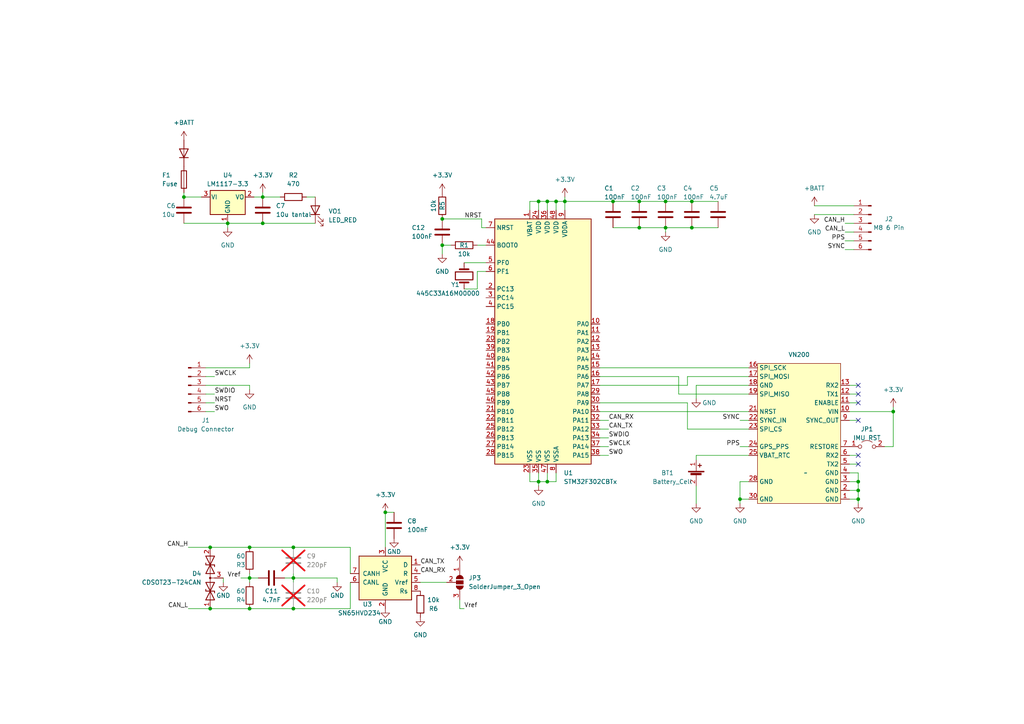
<source format=kicad_sch>
(kicad_sch (version 20231120) (generator "eeschema") (generator_version "8.0")
  (paper "A4")
  (lib_symbols
    (symbol "Connector:Conn_01x06_Male" (pin_names (offset 1.016) hide)
      (property "Reference" "J" (at 0 7.62 0))
      (property "Value" "Conn_01x06_Male" (at 0 -10.16 0))
      (symbol "Conn_01x06_Male_1_1"
        (polyline (pts (xy 1.27 -7.62) (xy 0.8636 -7.62)) (stroke (width 0.1524)))
        (polyline (pts (xy 1.27 -5.08) (xy 0.8636 -5.08)) (stroke (width 0.1524)))
        (polyline (pts (xy 1.27 -2.54) (xy 0.8636 -2.54)) (stroke (width 0.1524)))
        (polyline (pts (xy 1.27 0) (xy 0.8636 0)) (stroke (width 0.1524)))
        (polyline (pts (xy 1.27 2.54) (xy 0.8636 2.54)) (stroke (width 0.1524)))
        (polyline (pts (xy 1.27 5.08) (xy 0.8636 5.08)) (stroke (width 0.1524)))
        (rectangle (start 0.8636 -7.493) (end 0 -7.747) (stroke (width 0.1524)) (fill (type outline)))
        (rectangle (start 0.8636 -4.953) (end 0 -5.207) (stroke (width 0.1524)) (fill (type outline)))
        (rectangle (start 0.8636 -2.413) (end 0 -2.667) (stroke (width 0.1524)) (fill (type outline)))
        (rectangle (start 0.8636 0.127) (end 0 -0.127) (stroke (width 0.1524)) (fill (type outline)))
        (rectangle (start 0.8636 2.667) (end 0 2.413) (stroke (width 0.1524)) (fill (type outline)))
        (rectangle (start 0.8636 5.207) (end 0 4.953) (stroke (width 0.1524)) (fill (type outline)))
        (pin passive line (at 5.08 5.08 180) (length 3.81) (name "Pin_1") (number "1"))
        (pin passive line (at 5.08 2.54 180) (length 3.81) (name "Pin_2") (number "2"))
        (pin passive line (at 5.08 0 180) (length 3.81) (name "Pin_3") (number "3"))
        (pin passive line (at 5.08 -2.54 180) (length 3.81) (name "Pin_4") (number "4"))
        (pin passive line (at 5.08 -5.08 180) (length 3.81) (name "Pin_5") (number "5"))
        (pin passive line (at 5.08 -7.62 180) (length 3.81) (name "Pin_6") (number "6"))
      )
    )
    (symbol "Device:Battery_Cell" (pin_names (offset 0) hide)
      (property "Reference" "BT" (at 2.54 2.54 0))
      (property "Value" "Battery_Cell" (at 2.54 0 0))
      (symbol "Battery_Cell_0_1"
        (rectangle (start -2.286 1.778) (end 2.286 1.524) (fill (type outline)))
        (rectangle (start -1.5748 1.1938) (end 1.4732 0.6858) (fill (type outline)))
        (polyline (pts (xy 0 0.762) (xy 0 0)))
        (polyline (pts (xy 0 1.778) (xy 0 2.54)))
        (polyline (pts (xy 0.508 3.429) (xy 1.524 3.429)) (stroke (width 0.254)))
        (polyline (pts (xy 1.016 3.937) (xy 1.016 2.921)) (stroke (width 0.254)))
      )
      (symbol "Battery_Cell_1_1"
        (pin passive line (at 0 5.08 270) (length 2.54) (name "+") (number "1"))
        (pin passive line (at 0 -2.54 90) (length 2.54) (name "-") (number "2"))
      )
    )
    (symbol "Device:C" (pin_numbers hide) (pin_names (offset 0.254))
      (property "Reference" "C" (at 0.635 2.54 0))
      (property "Value" "C" (at 0.635 -2.54 0))
      (symbol "C_0_1"
        (polyline (pts (xy -2.032 -0.762) (xy 2.032 -0.762)) (stroke (width 0.508)))
        (polyline (pts (xy -2.032 0.762) (xy 2.032 0.762)) (stroke (width 0.508)))
      )
      (symbol "C_1_1"
        (pin passive line (at 0 3.81 270) (length 2.794) (name "~") (number "1"))
        (pin passive line (at 0 -3.81 90) (length 2.794) (name "~") (number "2"))
      )
    )
    (symbol "Device:Crystal" (pin_numbers hide) (pin_names (offset 1.016) hide)
      (property "Reference" "Y" (at 0 3.81 0))
      (property "Value" "Crystal" (at 0 -3.81 0))
      (symbol "Crystal_0_1"
        (rectangle (start -1.143 2.54) (end 1.143 -2.54) (stroke (width 0.3048)))
        (polyline (pts (xy -2.54 0) (xy -1.905 0)))
        (polyline (pts (xy -1.905 -1.27) (xy -1.905 1.27)) (stroke (width 0.508)))
        (polyline (pts (xy 1.905 -1.27) (xy 1.905 1.27)) (stroke (width 0.508)))
        (polyline (pts (xy 2.54 0) (xy 1.905 0)))
      )
      (symbol "Crystal_1_1"
        (pin passive line (at -3.81 0 0) (length 1.27) (name "1") (number "1"))
        (pin passive line (at 3.81 0 180) (length 1.27) (name "2") (number "2"))
      )
    )
    (symbol "Device:D" (pin_numbers hide) (pin_names (offset 1.016) hide)
      (property "Reference" "D" (at 0 2.54 0))
      (property "Value" "D" (at 0 -2.54 0))
      (symbol "D_0_1"
        (polyline (pts (xy -1.27 1.27) (xy -1.27 -1.27)) (stroke (width 0.254)))
        (polyline (pts (xy 1.27 0) (xy -1.27 0)))
        (polyline (pts (xy 1.27 1.27) (xy 1.27 -1.27) (xy -1.27 0) (xy 1.27 1.27)) (stroke (width 0.254)))
      )
      (symbol "D_1_1"
        (pin passive line (at -3.81 0 0) (length 2.54) (name "K") (number "1"))
        (pin passive line (at 3.81 0 180) (length 2.54) (name "A") (number "2"))
      )
    )
    (symbol "Device:D_TVS_Dual_AAC" (pin_names (offset 1.016) hide)
      (property "Reference" "D" (at 0 4.445 0))
      (property "Value" "D_TVS_Dual_AAC" (at 0 2.54 0))
      (symbol "D_TVS_Dual_AAC_0_0"
        (polyline (pts (xy 0 -1.27) (xy 0 0)))
      )
      (symbol "D_TVS_Dual_AAC_0_1"
        (polyline (pts (xy -6.35 0) (xy 6.35 0)))
        (polyline (pts (xy -3.302 1.27) (xy -3.81 1.27) (xy -3.81 -1.27) (xy -4.318 -1.27)) (stroke (width 0.254)))
        (polyline (pts (xy 4.318 1.27) (xy 3.81 1.27) (xy 3.81 -1.27) (xy 3.302 -1.27)) (stroke (width 0.254)))
        (polyline (pts (xy -6.35 1.27) (xy -1.27 -1.27) (xy -1.27 1.27) (xy -6.35 -1.27) (xy -6.35 1.27)) (stroke (width 0.254)))
        (polyline (pts (xy 6.35 1.27) (xy 1.27 -1.27) (xy 1.27 1.27) (xy 6.35 -1.27) (xy 6.35 1.27)) (stroke (width 0.254)))
        (circle (center 0 0) (radius 0.254) (fill (type outline)))
      )
      (symbol "D_TVS_Dual_AAC_1_1"
        (pin passive line (at -8.89 0 0) (length 2.54) (name "A1") (number "1"))
        (pin passive line (at 8.89 0 180) (length 2.54) (name "A2") (number "2"))
        (pin input line (at 0 -3.81 90) (length 2.54) (name "common") (number "3"))
      )
    )
    (symbol "Device:Fuse" (pin_numbers hide) (pin_names (offset 0))
      (property "Reference" "F" (at 2.032 0 90))
      (property "Value" "Fuse" (at -1.905 0 90))
      (symbol "Fuse_0_1"
        (rectangle (start -0.762 -2.54) (end 0.762 2.54) (stroke (width 0.254)))
        (polyline (pts (xy 0 2.54) (xy 0 -2.54)))
      )
      (symbol "Fuse_1_1"
        (pin passive line (at 0 3.81 270) (length 1.27) (name "~") (number "1"))
        (pin passive line (at 0 -3.81 90) (length 1.27) (name "~") (number "2"))
      )
    )
    (symbol "Device:LED" (pin_numbers hide) (pin_names (offset 1.016) hide)
      (property "Reference" "D" (at 0 2.54 0))
      (property "Value" "LED" (at 0 -2.54 0))
      (symbol "LED_0_1"
        (polyline (pts (xy -1.27 -1.27) (xy -1.27 1.27)) (stroke (width 0.254)))
        (polyline (pts (xy -1.27 0) (xy 1.27 0)))
        (polyline (pts (xy 1.27 -1.27) (xy 1.27 1.27) (xy -1.27 0) (xy 1.27 -1.27)) (stroke (width 0.254)))
        (polyline (pts (xy -3.048 -0.762) (xy -4.572 -2.286) (xy -3.81 -2.286) (xy -4.572 -2.286) (xy -4.572 -1.524)))
        (polyline (pts (xy -1.778 -0.762) (xy -3.302 -2.286) (xy -2.54 -2.286) (xy -3.302 -2.286) (xy -3.302 -1.524)))
      )
      (symbol "LED_1_1"
        (pin passive line (at -3.81 0 0) (length 2.54) (name "K") (number "1"))
        (pin passive line (at 3.81 0 180) (length 2.54) (name "A") (number "2"))
      )
    )
    (symbol "Device:R" (pin_numbers hide) (pin_names (offset 0))
      (property "Reference" "R" (at 2.032 0 90))
      (property "Value" "R" (at 0 0 90))
      (symbol "R_0_1"
        (rectangle (start -1.016 -2.54) (end 1.016 2.54) (stroke (width 0.254)))
      )
      (symbol "R_1_1"
        (pin passive line (at 0 3.81 270) (length 1.27) (name "~") (number "1"))
        (pin passive line (at 0 -3.81 90) (length 1.27) (name "~") (number "2"))
      )
    )
    (symbol "IMUs:VN-200"
      (property "Reference" "U" (at 0 21.59 0))
      (symbol "VN-200_1_1"
        (rectangle (start -12.7 20.32) (end 11.43 -20.32) (fill (type background)))
        (pin power_in line (at 13.97 -19.05 180) (length 2.54) (name "GND") (number "1"))
        (pin power_in line (at 13.97 6.35 180) (length 2.54) (name "VIN") (number "10"))
        (pin input line (at 13.97 8.89 180) (length 2.54) (name "ENABLE") (number "11"))
        (pin output line (at 13.97 11.43 180) (length 2.54) (name "TX1") (number "12"))
        (pin input line (at 13.97 13.97 180) (length 2.54) (name "RX2") (number "13"))
        (pin input line (at -15.24 19.05 0) (length 2.54) (name "SPI_SCK") (number "16"))
        (pin input line (at -15.24 16.51 0) (length 2.54) (name "SPI_MOSI") (number "17"))
        (pin power_in line (at -15.24 13.97 0) (length 2.54) (name "GND") (number "18"))
        (pin output line (at -15.24 11.43 0) (length 2.54) (name "SPI_MISO") (number "19"))
        (pin power_in line (at 13.97 -16.51 180) (length 2.54) (name "GND") (number "2"))
        (pin input line (at -15.24 6.35 0) (length 2.54) (name "NRST") (number "21"))
        (pin input line (at -15.24 3.81 0) (length 2.54) (name "SYNC_IN") (number "22"))
        (pin input line (at -15.24 1.27 0) (length 2.54) (name "SPI_CS") (number "23"))
        (pin output line (at -15.24 -3.81 0) (length 2.54) (name "GPS_PPS") (number "24"))
        (pin power_in line (at -15.24 -6.35 0) (length 2.54) (name "VBAT_RTC") (number "25"))
        (pin power_in line (at -15.24 -13.97 0) (length 2.54) (name "GND") (number "28"))
        (pin power_in line (at 13.97 -13.97 180) (length 2.54) (name "GND") (number "3"))
        (pin power_in line (at -15.24 -19.05 0) (length 2.54) (name "GND") (number "30"))
        (pin power_in line (at 13.97 -11.43 180) (length 2.54) (name "GND") (number "4"))
        (pin output line (at 13.97 -8.89 180) (length 2.54) (name "TX2") (number "5"))
        (pin input line (at 13.97 -6.35 180) (length 2.54) (name "RX2") (number "6"))
        (pin input line (at 13.97 -3.81 180) (length 2.54) (name "RESTORE") (number "7"))
        (pin output line (at 13.97 3.81 180) (length 2.54) (name "SYNC_OUT") (number "9"))
      )
    )
    (symbol "Interface_CAN_LIN:SN65HVD231" (pin_names (offset 1.016))
      (property "Reference" "U" (at -2.54 10.16 0))
      (property "Value" "SN65HVD231" (at -2.54 7.62 0))
      (symbol "SN65HVD231_0_1"
        (rectangle (start -7.62 5.08) (end 7.62 -7.62) (stroke (width 0.254)) (fill (type background)))
      )
      (symbol "SN65HVD231_1_1"
        (pin input line (at -10.16 2.54 0) (length 2.54) (name "D") (number "1"))
        (pin power_in line (at 0 -10.16 90) (length 2.54) (name "GND") (number "2"))
        (pin power_in line (at 0 7.62 270) (length 2.54) (name "VCC") (number "3"))
        (pin output line (at -10.16 0 0) (length 2.54) (name "R") (number "4"))
        (pin output line (at -10.16 -2.54 0) (length 2.54) (name "Vref") (number "5"))
        (pin bidirectional line (at 10.16 -2.54 180) (length 2.54) (name "CANL") (number "6"))
        (pin bidirectional line (at 10.16 0 180) (length 2.54) (name "CANH") (number "7"))
        (pin input line (at -10.16 -5.08 0) (length 2.54) (name "Rs") (number "8"))
      )
    )
    (symbol "Jumper:Jumper_2_Open" (pin_names (offset 0) hide)
      (property "Reference" "JP" (at 0 2.794 0))
      (property "Value" "Jumper_2_Open" (at 0 -2.286 0))
      (symbol "Jumper_2_Open_0_0"
        (circle (center -2.032 0) (radius 0.508))
        (circle (center 2.032 0) (radius 0.508))
      )
      (symbol "Jumper_2_Open_0_1"
        (arc (start 1.524 1.27) (mid 0 1.778) (end -1.524 1.27))
      )
      (symbol "Jumper_2_Open_1_1"
        (pin passive line (at -5.08 0 0) (length 2.54) (name "A") (number "1"))
        (pin passive line (at 5.08 0 180) (length 2.54) (name "B") (number "2"))
      )
    )
    (symbol "Jumper:SolderJumper_3_Open" (pin_names (offset 0) hide)
      (property "Reference" "JP" (at -2.54 -2.54 0))
      (property "Value" "SolderJumper_3_Open" (at 0 2.794 0))
      (symbol "SolderJumper_3_Open_0_1"
        (arc (start -1.016 1.016) (mid -2.0276 0) (end -1.016 -1.016))
        (arc (start -1.016 1.016) (mid -2.0276 0) (end -1.016 -1.016) (fill (type outline)))
        (rectangle (start -0.508 1.016) (end 0.508 -1.016) (fill (type outline)))
        (polyline (pts (xy -2.54 0) (xy -2.032 0)))
        (polyline (pts (xy -1.016 1.016) (xy -1.016 -1.016)))
        (polyline (pts (xy 0 -1.27) (xy 0 -1.016)))
        (polyline (pts (xy 1.016 1.016) (xy 1.016 -1.016)))
        (polyline (pts (xy 2.54 0) (xy 2.032 0)))
        (arc (start 1.016 -1.016) (mid 2.0276 0) (end 1.016 1.016))
        (arc (start 1.016 -1.016) (mid 2.0276 0) (end 1.016 1.016) (fill (type outline)))
      )
      (symbol "SolderJumper_3_Open_1_1"
        (pin passive line (at -5.08 0 0) (length 2.54) (name "A") (number "1"))
        (pin passive line (at 0 -3.81 90) (length 2.54) (name "C") (number "2"))
        (pin passive line (at 5.08 0 180) (length 2.54) (name "B") (number "3"))
      )
    )
    (symbol "MCU_ST_STM32F3:STM32F302CBTx"
      (property "Reference" "U" (at -15.24 36.83 0))
      (property "Value" "STM32F302CBTx" (at 7.62 36.83 0))
      (symbol "STM32F302CBTx_0_1"
        (rectangle (start -15.24 -35.56) (end 12.7 35.56) (stroke (width 0.254)) (fill (type background)))
      )
      (symbol "STM32F302CBTx_1_1"
        (pin power_in line (at -5.08 38.1 270) (length 2.54) (name "VBAT") (number "1"))
        (pin bidirectional line (at 15.24 5.08 180) (length 2.54) (name "PA0") (number "10"))
        (pin bidirectional line (at 15.24 2.54 180) (length 2.54) (name "PA1") (number "11"))
        (pin bidirectional line (at 15.24 0 180) (length 2.54) (name "PA2") (number "12"))
        (pin bidirectional line (at 15.24 -2.54 180) (length 2.54) (name "PA3") (number "13"))
        (pin bidirectional line (at 15.24 -5.08 180) (length 2.54) (name "PA4") (number "14"))
        (pin bidirectional line (at 15.24 -7.62 180) (length 2.54) (name "PA5") (number "15"))
        (pin bidirectional line (at 15.24 -10.16 180) (length 2.54) (name "PA6") (number "16"))
        (pin bidirectional line (at 15.24 -12.7 180) (length 2.54) (name "PA7") (number "17"))
        (pin bidirectional line (at -17.78 5.08 0) (length 2.54) (name "PB0") (number "18"))
        (pin bidirectional line (at -17.78 2.54 0) (length 2.54) (name "PB1") (number "19"))
        (pin bidirectional line (at -17.78 15.24 0) (length 2.54) (name "PC13") (number "2"))
        (pin bidirectional line (at -17.78 0 0) (length 2.54) (name "PB2") (number "20"))
        (pin bidirectional line (at -17.78 -20.32 0) (length 2.54) (name "PB10") (number "21"))
        (pin bidirectional line (at -17.78 -22.86 0) (length 2.54) (name "PB11") (number "22"))
        (pin power_in line (at -5.08 -38.1 90) (length 2.54) (name "VSS") (number "23"))
        (pin power_in line (at -2.54 38.1 270) (length 2.54) (name "VDD") (number "24"))
        (pin bidirectional line (at -17.78 -25.4 0) (length 2.54) (name "PB12") (number "25"))
        (pin bidirectional line (at -17.78 -27.94 0) (length 2.54) (name "PB13") (number "26"))
        (pin bidirectional line (at -17.78 -30.48 0) (length 2.54) (name "PB14") (number "27"))
        (pin bidirectional line (at -17.78 -33.02 0) (length 2.54) (name "PB15") (number "28"))
        (pin bidirectional line (at 15.24 -15.24 180) (length 2.54) (name "PA8") (number "29"))
        (pin bidirectional line (at -17.78 12.7 0) (length 2.54) (name "PC14") (number "3"))
        (pin bidirectional line (at 15.24 -17.78 180) (length 2.54) (name "PA9") (number "30"))
        (pin bidirectional line (at 15.24 -20.32 180) (length 2.54) (name "PA10") (number "31"))
        (pin bidirectional line (at 15.24 -22.86 180) (length 2.54) (name "PA11") (number "32"))
        (pin bidirectional line (at 15.24 -25.4 180) (length 2.54) (name "PA12") (number "33"))
        (pin bidirectional line (at 15.24 -27.94 180) (length 2.54) (name "PA13") (number "34"))
        (pin power_in line (at -2.54 -38.1 90) (length 2.54) (name "VSS") (number "35"))
        (pin power_in line (at 0 38.1 270) (length 2.54) (name "VDD") (number "36"))
        (pin bidirectional line (at 15.24 -30.48 180) (length 2.54) (name "PA14") (number "37"))
        (pin bidirectional line (at 15.24 -33.02 180) (length 2.54) (name "PA15") (number "38"))
        (pin bidirectional line (at -17.78 -2.54 0) (length 2.54) (name "PB3") (number "39"))
        (pin bidirectional line (at -17.78 10.16 0) (length 2.54) (name "PC15") (number "4"))
        (pin bidirectional line (at -17.78 -5.08 0) (length 2.54) (name "PB4") (number "40"))
        (pin bidirectional line (at -17.78 -7.62 0) (length 2.54) (name "PB5") (number "41"))
        (pin bidirectional line (at -17.78 -10.16 0) (length 2.54) (name "PB6") (number "42"))
        (pin bidirectional line (at -17.78 -12.7 0) (length 2.54) (name "PB7") (number "43"))
        (pin input line (at -17.78 27.94 0) (length 2.54) (name "BOOT0") (number "44"))
        (pin bidirectional line (at -17.78 -15.24 0) (length 2.54) (name "PB8") (number "45"))
        (pin bidirectional line (at -17.78 -17.78 0) (length 2.54) (name "PB9") (number "46"))
        (pin power_in line (at 0 -38.1 90) (length 2.54) (name "VSS") (number "47"))
        (pin power_in line (at 2.54 38.1 270) (length 2.54) (name "VDD") (number "48"))
        (pin input line (at -17.78 22.86 0) (length 2.54) (name "PF0") (number "5"))
        (pin input line (at -17.78 20.32 0) (length 2.54) (name "PF1") (number "6"))
        (pin input line (at -17.78 33.02 0) (length 2.54) (name "NRST") (number "7"))
        (pin power_in line (at 2.54 -38.1 90) (length 2.54) (name "VSSA") (number "8"))
        (pin power_in line (at 5.08 38.1 270) (length 2.54) (name "VDDA") (number "9"))
      )
    )
    (symbol "Regulator_Linear:LM1117-3.3" (pin_names (offset 0.254))
      (property "Reference" "U" (at -3.81 3.175 0))
      (property "Value" "LM1117-3.3" (at 0 3.175 0))
      (symbol "LM1117-3.3_0_1"
        (rectangle (start -5.08 -5.08) (end 5.08 1.905) (stroke (width 0.254)) (fill (type background)))
      )
      (symbol "LM1117-3.3_1_1"
        (pin power_in line (at 0 -7.62 90) (length 2.54) (name "GND") (number "1"))
        (pin power_out line (at 7.62 0 180) (length 2.54) (name "VO") (number "2"))
        (pin power_in line (at -7.62 0 0) (length 2.54) (name "VI") (number "3"))
      )
    )
    (symbol "power:+3.3V" (power) (pin_names (offset 0))
      (property "Value" "+3.3V" (at 0 3.556 0))
      (symbol "+3.3V_0_1"
        (polyline (pts (xy -0.762 1.27) (xy 0 2.54)))
        (polyline (pts (xy 0 0) (xy 0 2.54)))
        (polyline (pts (xy 0 2.54) (xy 0.762 1.27)))
      )
      (symbol "+3.3V_1_1"
        (pin power_in line (at 0 0 90) (length 0) hide (name "+3.3V") (number "1"))
      )
    )
    (symbol "power:+BATT" (power) (pin_names (offset 0))
      (property "Value" "+BATT" (at 0 3.556 0))
      (symbol "+BATT_0_1"
        (polyline (pts (xy -0.762 1.27) (xy 0 2.54)))
        (polyline (pts (xy 0 0) (xy 0 2.54)))
        (polyline (pts (xy 0 2.54) (xy 0.762 1.27)))
      )
      (symbol "+BATT_1_1"
        (pin power_in line (at 0 0 90) (length 0) hide (name "+BATT") (number "1"))
      )
    )
    (symbol "power:GND" (power) (pin_names (offset 0))
      (property "Value" "GND" (at 0 -3.81 0))
      (symbol "GND_0_1"
        (polyline (pts (xy 0 0) (xy 0 -1.27) (xy 1.27 -1.27) (xy 0 -2.54) (xy -1.27 -1.27) (xy 0 -1.27)))
      )
      (symbol "GND_1_1"
        (pin power_in line (at 0 0 270) (length 0) hide (name "GND") (number "1"))
      )
    )
  )
  (junction (at 76.2 57.15))
  (junction (at 66.04 64.77))
  (junction (at 128.27 63.5))
  (junction (at 185.42 66.04))
  (junction (at 158.75 58.42))
  (junction (at 76.2 64.77))
  (junction (at 72.39 176.53))
  (junction (at 214.63 144.78))
  (junction (at 60.96 158.75))
  (junction (at 111.76 148.59))
  (junction (at 158.75 139.7))
  (junction (at 72.39 158.75))
  (junction (at 72.39 167.64))
  (junction (at 156.21 139.7))
  (junction (at 85.09 167.64))
  (junction (at 248.92 144.78))
  (junction (at 85.09 176.53))
  (junction (at 156.21 58.42))
  (junction (at 128.27 71.12))
  (junction (at 53.34 57.15))
  (junction (at 193.04 58.42))
  (junction (at 259.08 119.38))
  (junction (at 60.96 176.53))
  (junction (at 185.42 58.42))
  (junction (at 200.66 58.42))
  (junction (at 177.8 58.42))
  (junction (at 193.04 66.04))
  (junction (at 163.83 58.42))
  (junction (at 248.92 142.24))
  (junction (at 248.92 139.7))
  (junction (at 85.09 158.75))
  (junction (at 161.29 58.42))
  (junction (at 200.66 66.04))
  (no_connect (at 248.92 111.76))
  (no_connect (at 248.92 121.92))
  (no_connect (at 248.92 132.08))
  (no_connect (at 248.92 134.62))
  (no_connect (at 248.92 114.3))
  (no_connect (at 248.92 116.84))
  (wire (pts (xy 133.35 176.53) (xy 133.35 173.99)))
  (wire (pts (xy 134.62 83.82) (xy 138.43 83.82)))
  (wire (pts (xy 161.29 58.42) (xy 163.83 58.42)))
  (wire (pts (xy 248.92 144.78) (xy 248.92 142.24)))
  (wire (pts (xy 199.39 124.46) (xy 217.17 124.46)))
  (wire (pts (xy 101.6 166.37) (xy 101.6 158.75)))
  (wire (pts (xy 72.39 176.53) (xy 85.09 176.53)))
  (wire (pts (xy 199.39 109.22) (xy 217.17 109.22)))
  (wire (pts (xy 101.6 158.75) (xy 85.09 158.75)))
  (wire (pts (xy 72.39 111.76) (xy 72.39 113.03)))
  (wire (pts (xy 138.43 71.12) (xy 140.97 71.12)))
  (wire (pts (xy 158.75 58.42) (xy 158.75 60.96)))
  (wire (pts (xy 121.92 168.91) (xy 129.54 168.91)))
  (wire (pts (xy 245.11 67.31) (xy 247.65 67.31)))
  (wire (pts (xy 59.69 114.3) (xy 62.23 114.3)))
  (wire (pts (xy 69.85 167.64) (xy 72.39 167.64)))
  (wire (pts (xy 246.38 119.38) (xy 259.08 119.38)))
  (wire (pts (xy 173.99 116.84) (xy 199.39 116.84)))
  (wire (pts (xy 158.75 58.42) (xy 161.29 58.42)))
  (wire (pts (xy 185.42 66.04) (xy 193.04 66.04)))
  (wire (pts (xy 200.66 66.04) (xy 208.28 66.04)))
  (wire (pts (xy 158.75 139.7) (xy 158.75 137.16)))
  (wire (pts (xy 196.85 109.22) (xy 196.85 114.3)))
  (wire (pts (xy 248.92 121.92) (xy 246.38 121.92)))
  (wire (pts (xy 54.61 176.53) (xy 60.96 176.53)))
  (wire (pts (xy 53.34 55.88) (xy 53.34 57.15)))
  (wire (pts (xy 173.99 106.68) (xy 217.17 106.68)))
  (wire (pts (xy 256.54 129.54) (xy 259.08 129.54)))
  (wire (pts (xy 139.7 66.04) (xy 139.7 63.5)))
  (wire (pts (xy 259.08 129.54) (xy 259.08 119.38)))
  (wire (pts (xy 185.42 58.42) (xy 193.04 58.42)))
  (wire (pts (xy 134.62 76.2) (xy 140.97 76.2)))
  (wire (pts (xy 60.96 158.75) (xy 72.39 158.75)))
  (wire (pts (xy 199.39 116.84) (xy 199.39 124.46)))
  (wire (pts (xy 59.69 119.38) (xy 62.23 119.38)))
  (wire (pts (xy 214.63 144.78) (xy 217.17 144.78)))
  (wire (pts (xy 217.17 139.7) (xy 214.63 139.7)))
  (wire (pts (xy 163.83 58.42) (xy 163.83 60.96)))
  (wire (pts (xy 158.75 139.7) (xy 161.29 139.7)))
  (wire (pts (xy 81.28 57.15) (xy 76.2 57.15)))
  (wire (pts (xy 161.29 139.7) (xy 161.29 137.16)))
  (wire (pts (xy 153.67 58.42) (xy 156.21 58.42)))
  (wire (pts (xy 54.61 158.75) (xy 60.96 158.75)))
  (wire (pts (xy 245.11 69.85) (xy 247.65 69.85)))
  (wire (pts (xy 173.99 111.76) (xy 199.39 111.76)))
  (wire (pts (xy 193.04 58.42) (xy 200.66 58.42)))
  (wire (pts (xy 200.66 58.42) (xy 208.28 58.42)))
  (wire (pts (xy 176.53 121.92) (xy 173.99 121.92)))
  (wire (pts (xy 156.21 58.42) (xy 156.21 60.96)))
  (wire (pts (xy 111.76 148.59) (xy 111.76 158.75)))
  (wire (pts (xy 176.53 127) (xy 173.99 127)))
  (wire (pts (xy 66.04 64.77) (xy 76.2 64.77)))
  (wire (pts (xy 248.92 111.76) (xy 246.38 111.76)))
  (wire (pts (xy 176.53 132.08) (xy 173.99 132.08)))
  (wire (pts (xy 128.27 63.5) (xy 139.7 63.5)))
  (wire (pts (xy 72.39 158.75) (xy 85.09 158.75)))
  (wire (pts (xy 176.53 129.54) (xy 173.99 129.54)))
  (wire (pts (xy 101.6 168.91) (xy 101.6 176.53)))
  (wire (pts (xy 111.76 148.59) (xy 114.3 148.59)))
  (wire (pts (xy 128.27 73.66) (xy 128.27 71.12)))
  (wire (pts (xy 217.17 111.76) (xy 201.93 111.76)))
  (wire (pts (xy 59.69 111.76) (xy 72.39 111.76)))
  (wire (pts (xy 161.29 58.42) (xy 161.29 60.96)))
  (wire (pts (xy 246.38 116.84) (xy 248.92 116.84)))
  (wire (pts (xy 245.11 64.77) (xy 247.65 64.77)))
  (wire (pts (xy 201.93 132.08) (xy 217.17 132.08)))
  (wire (pts (xy 134.62 176.53) (xy 133.35 176.53)))
  (wire (pts (xy 201.93 133.35) (xy 201.93 132.08)))
  (wire (pts (xy 128.27 71.12) (xy 130.81 71.12)))
  (wire (pts (xy 248.92 114.3) (xy 246.38 114.3)))
  (wire (pts (xy 163.83 57.15) (xy 163.83 58.42)))
  (wire (pts (xy 236.22 59.69) (xy 247.65 59.69)))
  (wire (pts (xy 88.9 57.15) (xy 91.44 57.15)))
  (wire (pts (xy 201.93 140.97) (xy 201.93 146.05)))
  (wire (pts (xy 245.11 72.39) (xy 247.65 72.39)))
  (wire (pts (xy 72.39 105.41) (xy 72.39 106.68)))
  (wire (pts (xy 173.99 109.22) (xy 196.85 109.22)))
  (wire (pts (xy 214.63 121.92) (xy 217.17 121.92)))
  (wire (pts (xy 193.04 66.04) (xy 200.66 66.04)))
  (wire (pts (xy 138.43 78.74) (xy 140.97 78.74)))
  (wire (pts (xy 97.79 168.91) (xy 97.79 167.64)))
  (wire (pts (xy 60.96 176.53) (xy 72.39 176.53)))
  (wire (pts (xy 193.04 67.31) (xy 193.04 66.04)))
  (wire (pts (xy 59.69 116.84) (xy 62.23 116.84)))
  (wire (pts (xy 248.92 142.24) (xy 248.92 139.7)))
  (wire (pts (xy 199.39 111.76) (xy 199.39 109.22)))
  (wire (pts (xy 201.93 111.76) (xy 201.93 115.57)))
  (wire (pts (xy 214.63 129.54) (xy 217.17 129.54)))
  (wire (pts (xy 156.21 58.42) (xy 158.75 58.42)))
  (wire (pts (xy 248.92 146.05) (xy 248.92 144.78)))
  (wire (pts (xy 156.21 140.97) (xy 156.21 139.7)))
  (wire (pts (xy 236.22 62.23) (xy 247.65 62.23)))
  (wire (pts (xy 176.53 124.46) (xy 173.99 124.46)))
  (wire (pts (xy 76.2 64.77) (xy 91.44 64.77)))
  (wire (pts (xy 246.38 142.24) (xy 248.92 142.24)))
  (wire (pts (xy 82.55 167.64) (xy 85.09 167.64)))
  (wire (pts (xy 196.85 114.3) (xy 217.17 114.3)))
  (wire (pts (xy 64.77 168.91) (xy 64.77 167.64)))
  (wire (pts (xy 62.23 109.22) (xy 59.69 109.22)))
  (wire (pts (xy 72.39 166.37) (xy 72.39 167.64)))
  (wire (pts (xy 214.63 146.05) (xy 214.63 144.78)))
  (wire (pts (xy 248.92 134.62) (xy 246.38 134.62)))
  (wire (pts (xy 246.38 144.78) (xy 248.92 144.78)))
  (wire (pts (xy 153.67 139.7) (xy 153.67 137.16)))
  (wire (pts (xy 66.04 66.04) (xy 66.04 64.77)))
  (wire (pts (xy 72.39 168.91) (xy 72.39 167.64)))
  (wire (pts (xy 153.67 139.7) (xy 156.21 139.7)))
  (wire (pts (xy 138.43 83.82) (xy 138.43 78.74)))
  (wire (pts (xy 177.8 66.04) (xy 185.42 66.04)))
  (wire (pts (xy 163.83 58.42) (xy 177.8 58.42)))
  (wire (pts (xy 72.39 167.64) (xy 74.93 167.64)))
  (wire (pts (xy 156.21 139.7) (xy 156.21 137.16)))
  (wire (pts (xy 101.6 176.53) (xy 85.09 176.53)))
  (wire (pts (xy 72.39 106.68) (xy 59.69 106.68)))
  (wire (pts (xy 153.67 58.42) (xy 153.67 60.96)))
  (wire (pts (xy 53.34 57.15) (xy 58.42 57.15)))
  (wire (pts (xy 76.2 57.15) (xy 73.66 57.15)))
  (wire (pts (xy 85.09 166.37) (xy 85.09 167.64)))
  (wire (pts (xy 53.34 64.77) (xy 66.04 64.77)))
  (wire (pts (xy 214.63 139.7) (xy 214.63 144.78)))
  (wire (pts (xy 156.21 139.7) (xy 158.75 139.7)))
  (wire (pts (xy 97.79 167.64) (xy 85.09 167.64)))
  (wire (pts (xy 248.92 137.16) (xy 246.38 137.16)))
  (wire (pts (xy 246.38 139.7) (xy 248.92 139.7)))
  (wire (pts (xy 173.99 119.38) (xy 217.17 119.38)))
  (wire (pts (xy 248.92 132.08) (xy 246.38 132.08)))
  (wire (pts (xy 85.09 168.91) (xy 85.09 167.64)))
  (wire (pts (xy 259.08 118.11) (xy 259.08 119.38)))
  (wire (pts (xy 76.2 55.88) (xy 76.2 57.15)))
  (wire (pts (xy 248.92 139.7) (xy 248.92 137.16)))
  (wire (pts (xy 177.8 58.42) (xy 185.42 58.42)))
  (wire (pts (xy 139.7 66.04) (xy 140.97 66.04)))
  (label "Vref" (at 134.62 176.53 0))
  (label "CAN_TX" (at 121.92 163.83 0))
  (label "CAN_H" (at 54.61 158.75 180))
  (label "SYNC" (at 214.63 121.92 180))
  (label "SYNC" (at 245.11 72.39 180))
  (label "PPS" (at 214.63 129.54 180))
  (label "Vref" (at 69.85 167.64 180))
  (label "CAN_L" (at 54.61 176.53 180))
  (label "SWCLK" (at 176.53 129.54 0))
  (label "NRST" (at 62.23 116.84 0))
  (label "CAN_RX" (at 121.92 166.37 0))
  (label "CAN_TX" (at 176.53 124.46 0))
  (label "CAN_L" (at 245.11 67.31 180))
  (label "SWDIO" (at 62.23 114.3 0))
  (label "SWO" (at 62.23 119.38 0))
  (label "PPS" (at 245.11 69.85 180))
  (label "CAN_RX" (at 176.53 121.92 0))
  (label "NRST" (at 139.7 63.5 180))
  (label "SWDIO" (at 176.53 127 0))
  (label "CAN_H" (at 245.11 64.77 180))
  (label "SWCLK" (at 62.23 109.22 0))
  (label "SWO" (at 176.53 132.08 0))
  (symbol (lib_id "power:GND") (at 201.93 146.05 0) (unit 1)
    (property "Reference" "#PWR04" (effects (hide yes)))
    (property "Value" "GND" (at 201.93 151.13 0))
  )
  (symbol (lib_id "Device:C") (at 200.66 62.23 0) (unit 1)
    (property "Reference" "C4" (at 198.12 54.61 0) (effects (justify left)))
    (property "Value" "100nF" (at 198.12 57.15 0) (effects (justify left)))
    (property "Footprint" "Capacitor_SMD:C_0603_1608Metric_Pad1.08x0.95mm_HandSolder" (effects (hide yes)))
  )
  (symbol (lib_id "Device:C") (at 85.09 162.56 0) (unit 1) (dnp yes)
    (property "Reference" "C9" (at 88.9 161.29 0) (effects (justify left)))
    (property "Value" "220pF" (at 88.9 163.83 0) (effects (justify left)))
    (property "Footprint" "Capacitor_SMD:C_0603_1608Metric_Pad1.08x0.95mm_HandSolder" (effects (hide yes)))
  )
  (symbol (lib_id "power:GND") (at 236.22 62.23 0) (unit 1)
    (property "Reference" "#PWR024" (effects (hide yes)))
    (property "Value" "GND" (at 236.22 67.31 0))
  )
  (symbol (lib_id "Device:C") (at 114.3 152.4 0) (unit 1)
    (property "Reference" "C8" (at 118.11 151.13 0) (effects (justify left)))
    (property "Value" "100nF" (at 118.11 153.67 0) (effects (justify left)))
    (property "Footprint" "Capacitor_SMD:C_0603_1608Metric_Pad1.08x0.95mm_HandSolder" (effects (hide yes)))
  )
  (symbol (lib_id "Device:R") (at 128.27 59.69 0) (unit 1)
    (property "Reference" "R5" (at 128.27 59.69 90))
    (property "Value" "10k" (at 125.73 59.69 90))
    (property "Footprint" "Resistor_SMD:R_0603_1608Metric_Pad0.98x0.95mm_HandSolder" (effects (hide yes)))
  )
  (symbol (lib_id "power:GND") (at 72.39 113.03 0) (unit 1)
    (property "Reference" "#PWR014" (effects (hide yes)))
    (property "Value" "GND" (at 72.39 118.11 0))
  )
  (symbol (lib_id "power:GND") (at 111.76 176.53 0) (unit 1)
    (property "Reference" "#PWR017" (effects (hide yes)))
    (property "Value" "GND" (at 111.76 180.34 0))
  )
  (symbol (lib_id "power:+BATT") (at 236.22 59.69 0) (unit 1)
    (property "Reference" "#PWR023" (effects (hide yes)))
    (property "Value" "+BATT" (at 236.22 54.61 0))
  )
  (symbol (lib_id "power:+3.3V") (at 259.08 118.11 0) (unit 1)
    (property "Reference" "#PWR06" (effects (hide yes)))
    (property "Value" "+3.3V" (at 259.08 113.03 0))
  )
  (symbol (lib_id "Interface_CAN_LIN:SN65HVD231") (at 111.76 166.37 0) (mirror y) (unit 1)
    (property "Reference" "U3" (at 107.95 175.26 0) (effects (justify left)))
    (property "Value" "SN65HVD234" (at 110.49 177.8 0) (effects (justify left)))
    (property "Footprint" "Package_SO:SOIC-8_3.9x4.9mm_P1.27mm" (effects (hide yes)))
    (property "Datasheet" "http://www.ti.com/lit/ds/symlink/sn65hvd230.pdf" (effects (hide yes)))
  )
  (symbol (lib_id "Device:C") (at 78.74 167.64 90) (unit 1)
    (property "Reference" "C11" (at 78.74 171.45 90))
    (property "Value" "4.7nF" (at 78.74 173.99 90))
    (property "Footprint" "Capacitor_SMD:C_0603_1608Metric_Pad1.08x0.95mm_HandSolder" (effects (hide yes)))
  )
  (symbol (lib_id "Device:C") (at 193.04 62.23 0) (unit 1)
    (property "Reference" "C3" (at 190.5 54.61 0) (effects (justify left)))
    (property "Value" "100nF" (at 190.5 57.15 0) (effects (justify left)))
    (property "Footprint" "Capacitor_SMD:C_0603_1608Metric_Pad1.08x0.95mm_HandSolder" (effects (hide yes)))
  )
  (symbol (lib_id "Device:LED") (at 91.44 60.96 90) (unit 1)
    (property "Reference" "VO1" (at 95.25 61.2775 90) (effects (justify right)))
    (property "Value" "LED_RED" (at 95.25 63.8175 90) (effects (justify right)))
    (property "Footprint" "LED_SMD:LED_0603_1608Metric_Pad1.05x0.95mm_HandSolder" (effects (hide yes)))
  )
  (symbol (lib_id "power:+3.3V") (at 72.39 105.41 0) (unit 1)
    (property "Reference" "#PWR010" (effects (hide yes)))
    (property "Value" "+3.3V" (at 72.39 100.33 0))
  )
  (symbol (lib_id "Device:Battery_Cell") (at 201.93 138.43 0) (unit 1)
    (property "Reference" "BT1" (at 191.77 137.16 0) (effects (justify left)))
    (property "Value" "Battery_Cell" (at 189.23 139.7 0) (effects (justify left)))
    (property "Footprint" "IMU:WA-BCPH Battery Holder" (effects (hide yes)))
  )
  (symbol (lib_id "power:+3.3V") (at 76.2 55.88 0) (unit 1)
    (property "Reference" "#PWR07" (effects (hide yes)))
    (property "Value" "+3.3V" (at 76.2 50.8 0))
  )
  (symbol (lib_id "Device:R") (at 72.39 172.72 180) (unit 1)
    (property "Reference" "R4" (at 69.85 173.99 0))
    (property "Value" "60" (at 69.85 171.45 0))
    (property "Footprint" "Resistor_SMD:R_0603_1608Metric_Pad0.98x0.95mm_HandSolder" (effects (hide yes)))
  )
  (symbol (lib_id "power:+BATT") (at 53.34 40.64 0) (unit 1)
    (property "Reference" "#PWR02" (effects (hide yes)))
    (property "Value" "+BATT" (at 53.34 35.56 0))
  )
  (symbol (lib_id "IMUs:VN-200") (at 232.41 125.73 0) (unit 1)
    (property "Reference" "VN200" (at 231.775 102.87 0))
    (property "Value" "~" (at 233.68 137.16 0))
    (property "Footprint" "IMU:VN-200" (effects (hide yes)))
  )
  (symbol (lib_id "power:GND") (at 248.92 146.05 0) (unit 1)
    (property "Reference" "#PWR03" (effects (hide yes)))
    (property "Value" "GND" (at 248.92 151.13 0))
  )
  (symbol (lib_id "Device:D_TVS_Dual_AAC") (at 60.96 167.64 90) (unit 1)
    (property "Reference" "D4" (at 58.42 166.37 90) (effects (justify left)))
    (property "Value" "CDSOT23-T24CAN" (at 58.42 168.91 90) (effects (justify left)))
    (property "Footprint" "Package_TO_SOT_SMD:SOT-23" (effects (hide yes)))
  )
  (symbol (lib_id "power:GND") (at 121.92 179.07 0) (unit 1)
    (property "Reference" "#PWR022" (effects (hide yes)))
    (property "Value" "GND" (at 121.92 184.15 0))
  )
  (symbol (lib_id "power:+3.3V") (at 163.83 57.15 0) (unit 1)
    (property "Reference" "#PWR08" (effects (hide yes)))
    (property "Value" "+3.3V" (at 163.83 52.07 0))
  )
  (symbol (lib_id "Device:R") (at 72.39 162.56 180) (unit 1)
    (property "Reference" "R3" (at 69.85 163.83 0))
    (property "Value" "60" (at 69.85 161.29 0))
    (property "Footprint" "Resistor_SMD:R_0603_1608Metric_Pad0.98x0.95mm_HandSolder" (effects (hide yes)))
  )
  (symbol (lib_id "power:+3.3V") (at 133.35 163.83 0) (unit 1)
    (property "Reference" "#PWR021" (effects (hide yes)))
    (property "Value" "+3.3V" (at 133.35 158.75 0))
  )
  (symbol (lib_id "MCU_ST_STM32F3:STM32F302CBTx") (at 158.75 99.06 0) (unit 1)
    (property "Reference" "U1" (at 163.4841 137.16 0) (effects (justify left)))
    (property "Value" "STM32F302CBTx" (at 163.4841 139.7 0) (effects (justify left)))
    (property "Footprint" "Package_QFP:LQFP-48_7x7mm_P0.5mm" (effects (hide yes)))
    (property "Datasheet" "http://www.st.com/st-web-ui/static/active/en/resource/technical/document/datasheet/DM00094064.pdf" (effects (hide yes)))
  )
  (symbol (lib_id "Device:C") (at 76.2 60.96 0) (unit 1)
    (property "Reference" "C7" (at 80.01 59.69 0) (effects (justify left)))
    (property "Value" "10u tantal" (at 80.01 62.23 0) (effects (justify left)))
    (property "Footprint" "Capacitor_SMD:C_0603_1608Metric_Pad1.08x0.95mm_HandSolder" (effects (hide yes)))
  )
  (symbol (lib_id "Device:Crystal") (at 134.62 80.01 90) (unit 1)
    (property "Reference" "Y1" (at 130.81 82.55 90) (effects (justify right)))
    (property "Value" "445C33A16M00000" (at 120.65 85.09 90) (effects (justify right)))
    (property "Footprint" "Crystal:Crystal_SMD_5032-2Pin_5.0x3.2mm" (effects (hide yes)))
  )
  (symbol (lib_id "power:GND") (at 128.27 73.66 0) (unit 1)
    (property "Reference" "#PWR013" (effects (hide yes)))
    (property "Value" "GND" (at 128.27 78.74 0))
  )
  (symbol (lib_id "Device:R") (at 134.62 71.12 90) (unit 1)
    (property "Reference" "R1" (at 134.62 71.12 90))
    (property "Value" "10k" (at 134.62 73.66 90))
    (property "Footprint" "Resistor_SMD:R_0603_1608Metric_Pad0.98x0.95mm_HandSolder" (effects (hide yes)))
  )
  (symbol (lib_id "Connector:Conn_01x06_Male") (at 54.61 111.76 0) (unit 1)
    (property "Reference" "J1" (at 59.69 121.92 0))
    (property "Value" "Debug Connector" (at 59.69 124.46 0))
    (property "Footprint" "Connector_PinHeader_2.54mm:PinHeader_1x06_P2.54mm_Vertical" (effects (hide yes)))
  )
  (symbol (lib_id "Connector:Conn_01x06_Male") (at 252.73 64.77 0) (mirror y) (unit 1)
    (property "Reference" "J2" (at 257.81 63.5 0))
    (property "Value" "M8 6 Pin" (at 257.81 66.04 0))
    (property "Footprint" "Connector_Phoenix_SACC:DSI-M8MS_6CON_M8_L90" (effects (hide yes)))
  )
  (symbol (lib_id "Device:C") (at 53.34 60.96 0) (unit 1)
    (property "Reference" "C6" (at 48.26 59.69 0) (effects (justify left)))
    (property "Value" "10u" (at 46.99 62.23 0) (effects (justify left)))
    (property "Footprint" "Capacitor_SMD:C_0603_1608Metric_Pad1.08x0.95mm_HandSolder" (effects (hide yes)))
  )
  (symbol (lib_id "Device:C") (at 128.27 67.31 0) (unit 1)
    (property "Reference" "C12" (at 119.38 66.04 0) (effects (justify left)))
    (property "Value" "100nF" (at 119.38 68.58 0) (effects (justify left)))
    (property "Footprint" "Capacitor_SMD:C_0603_1608Metric_Pad1.08x0.95mm_HandSolder" (effects (hide yes)))
  )
  (symbol (lib_id "Jumper:Jumper_2_Open") (at 251.46 129.54 0) (unit 1)
    (property "Reference" "JP1" (at 251.46 124.46 0))
    (property "Value" "IMU RST" (at 251.46 127 0))
    (property "Footprint" "Jumper:SolderJumper-2_P1.3mm_Open_RoundedPad1.0x1.5mm" (effects (hide yes)))
  )
  (symbol (lib_id "power:GND") (at 114.3 156.21 0) (unit 1)
    (property "Reference" "#PWR016" (effects (hide yes)))
    (property "Value" "GND" (at 114.3 160.02 0))
  )
  (symbol (lib_id "Device:R") (at 121.92 175.26 180) (unit 1)
    (property "Reference" "R6" (at 125.73 176.53 0))
    (property "Value" "10k" (at 125.73 173.99 0))
    (property "Footprint" "Resistor_SMD:R_0603_1608Metric_Pad0.98x0.95mm_HandSolder" (effects (hide yes)))
  )
  (symbol (lib_id "Device:D") (at 53.34 44.45 90) (unit 1)
    (property "Reference" "D1" (effects (hide yes)))
    (property "Value" "D" (effects (hide yes)))
    (property "Footprint" "Diode_SMD:D_0603_1608Metric_Pad1.05x0.95mm_HandSolder" (effects (hide yes)))
  )
  (symbol (lib_id "power:GND") (at 214.63 146.05 0) (unit 1)
    (property "Reference" "#PWR01" (effects (hide yes)))
    (property "Value" "GND" (at 214.63 151.13 0))
  )
  (symbol (lib_id "Regulator_Linear:LM1117-3.3") (at 66.04 57.15 0) (unit 1)
    (property "Reference" "U4" (at 66.04 50.8 0))
    (property "Value" "LM1117-3.3" (at 66.04 53.34 0))
    (property "Footprint" "Package_TO_SOT_SMD:SOT-223" (effects (hide yes)))
    (property "Datasheet" "http://www.ti.com/lit/ds/symlink/lm1117.pdf" (effects (hide yes)))
  )
  (symbol (lib_id "power:GND") (at 66.04 66.04 0) (unit 1)
    (property "Reference" "#PWR012" (effects (hide yes)))
    (property "Value" "GND" (at 66.04 71.12 0))
  )
  (symbol (lib_id "Device:Fuse") (at 53.34 52.07 0) (unit 1)
    (property "Reference" "F1" (at 46.99 50.8 0) (effects (justify left)))
    (property "Value" "Fuse" (at 46.99 53.34 0) (effects (justify left)))
    (property "Footprint" "Fuse:Fuse_1206_3216Metric" (effects (hide yes)))
  )
  (symbol (lib_id "power:GND") (at 64.77 168.91 0) (unit 1)
    (property "Reference" "#PWR019" (effects (hide yes)))
    (property "Value" "GND" (at 64.77 172.72 0))
  )
  (symbol (lib_id "power:+3.3V") (at 111.76 148.59 0) (unit 1)
    (property "Reference" "#PWR015" (effects (hide yes)))
    (property "Value" "+3.3V" (at 111.76 143.51 0))
  )
  (symbol (lib_id "power:GND") (at 201.93 115.57 0) (unit 1)
    (property "Reference" "#PWR05" (effects (hide yes)))
    (property "Value" "GND" (at 205.74 116.84 0))
  )
  (symbol (lib_id "Device:C") (at 185.42 62.23 0) (unit 1)
    (property "Reference" "C2" (at 182.88 54.61 0) (effects (justify left)))
    (property "Value" "100nF" (at 182.88 57.15 0) (effects (justify left)))
    (property "Footprint" "Capacitor_SMD:C_0603_1608Metric_Pad1.08x0.95mm_HandSolder" (effects (hide yes)))
  )
  (symbol (lib_id "Device:C") (at 177.8 62.23 0) (unit 1)
    (property "Reference" "C1" (at 175.26 54.61 0) (effects (justify left)))
    (property "Value" "100nF" (at 175.26 57.15 0) (effects (justify left)))
    (property "Footprint" "Capacitor_SMD:C_0603_1608Metric_Pad1.08x0.95mm_HandSolder" (effects (hide yes)))
  )
  (symbol (lib_id "power:GND") (at 156.21 140.97 0) (unit 1)
    (property "Reference" "#PWR09" (effects (hide yes)))
    (property "Value" "GND" (at 156.21 146.05 0))
  )
  (symbol (lib_id "Jumper:SolderJumper_3_Open") (at 133.35 168.91 270) (unit 1)
    (property "Reference" "JP3" (at 135.89 167.64 90) (effects (justify left)))
    (property "Value" "SolderJumper_3_Open" (at 135.89 170.18 90) (effects (justify left)))
    (property "Footprint" "Jumper:SolderJumper-3_P1.3mm_Open_RoundedPad1.0x1.5mm" (effects (hide yes)))
  )
  (symbol (lib_id "Device:C") (at 208.28 62.23 0) (unit 1)
    (property "Reference" "C5" (at 205.74 54.61 0) (effects (justify left)))
    (property "Value" "4.7uF" (at 205.74 57.15 0) (effects (justify left)))
    (property "Footprint" "Capacitor_SMD:C_0603_1608Metric_Pad1.08x0.95mm_HandSolder" (effects (hide yes)))
  )
  (symbol (lib_id "power:GND") (at 97.79 168.91 0) (unit 1)
    (property "Reference" "#PWR018" (effects (hide yes)))
    (property "Value" "GND" (at 97.79 172.72 0))
  )
  (symbol (lib_id "power:GND") (at 193.04 67.31 0) (unit 1)
    (property "Reference" "#PWR011" (effects (hide yes)))
    (property "Value" "GND" (at 193.04 72.39 0))
  )
  (symbol (lib_id "Device:C") (at 85.09 172.72 0) (unit 1) (dnp yes)
    (property "Reference" "C10" (at 88.9 171.45 0) (effects (justify left)))
    (property "Value" "220pF" (at 88.9 173.99 0) (effects (justify left)))
    (property "Footprint" "Capacitor_SMD:C_0603_1608Metric_Pad1.08x0.95mm_HandSolder" (effects (hide yes)))
  )
  (symbol (lib_id "Device:R") (at 85.09 57.15 90) (unit 1)
    (property "Reference" "R2" (at 85.09 50.8 90))
    (property "Value" "470" (at 85.09 53.34 90))
    (property "Footprint" "Resistor_SMD:R_0603_1608Metric_Pad0.98x0.95mm_HandSolder" (effects (hide yes)))
  )
  (symbol (lib_id "power:+3.3V") (at 128.27 55.88 0) (unit 1)
    (property "Reference" "#PWR020" (effects (hide yes)))
    (property "Value" "+3.3V" (at 128.27 50.8 0))
  )
)
</source>
